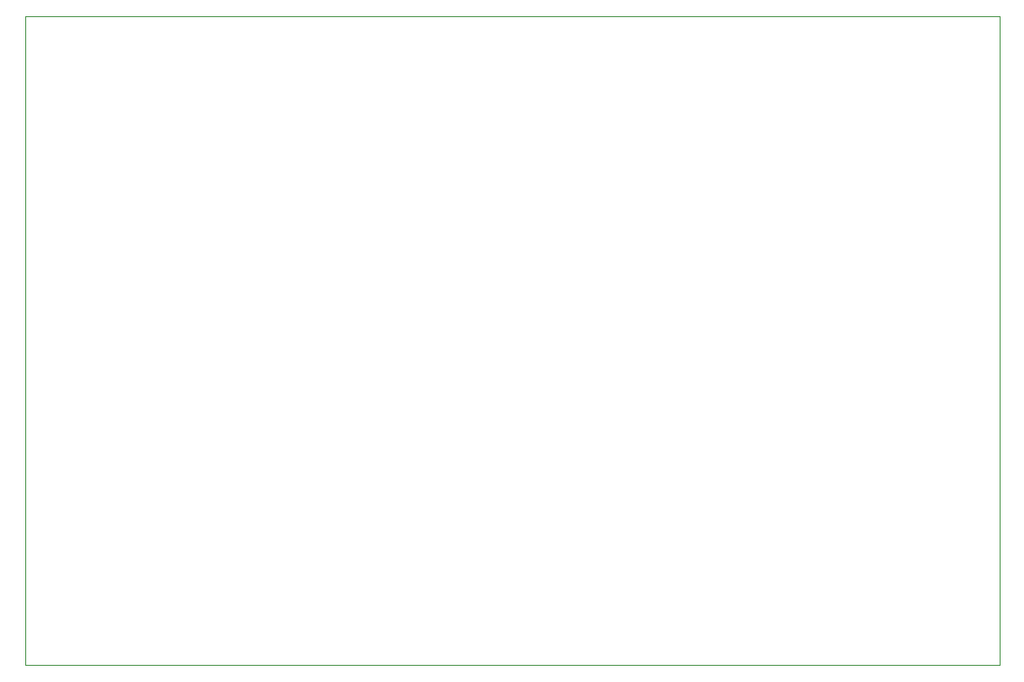
<source format=gbr>
%TF.GenerationSoftware,KiCad,Pcbnew,7.0.2*%
%TF.CreationDate,2024-05-24T01:33:13-03:00*%
%TF.ProjectId,EcoMaua_Tx_Telemetry_Module,45636f4d-6175-4615-9f54-785f54656c65,rev?*%
%TF.SameCoordinates,Original*%
%TF.FileFunction,Profile,NP*%
%FSLAX46Y46*%
G04 Gerber Fmt 4.6, Leading zero omitted, Abs format (unit mm)*
G04 Created by KiCad (PCBNEW 7.0.2) date 2024-05-24 01:33:13*
%MOMM*%
%LPD*%
G01*
G04 APERTURE LIST*
%TA.AperFunction,Profile*%
%ADD10C,0.100000*%
%TD*%
G04 APERTURE END LIST*
D10*
X104140000Y-58420000D02*
X195580000Y-58420000D01*
X195580000Y-119380000D01*
X104140000Y-119380000D01*
X104140000Y-58420000D01*
M02*

</source>
